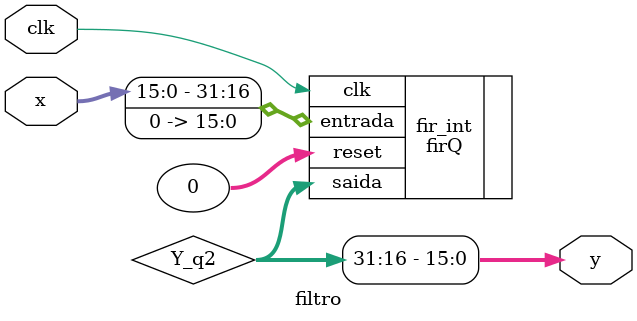
<source format=v>
module filtro (input 		clk, 
					input 		[15:0] x,
					output 		[15:0] y); 				
				
//	reg [15:0] x1, x2,x3;
//	
//	always @ (posedge clk) begin
//	
//	y <= x1 + x2+ x3;
//
//// deslocamento dos buffers
//
//	x3 <= x2;			// '=>' indica liações, nao faz diferença a ordem
//	x2 <= x1;
//	x1 <= x;
//
//	end

//fir fir_int(.clk(clk), 
//				.reset(0),
//				.entrada(x),
//				.saida(y)
//				);

wire [31:0] Y_q2;
assign y[15:0] = Y_q2[31:16];

firQ fir_int (.clk(clk), 
				.reset(0),
				.entrada({x, 16'd0}),
				.saida(Y_q2)
				);

endmodule

</source>
